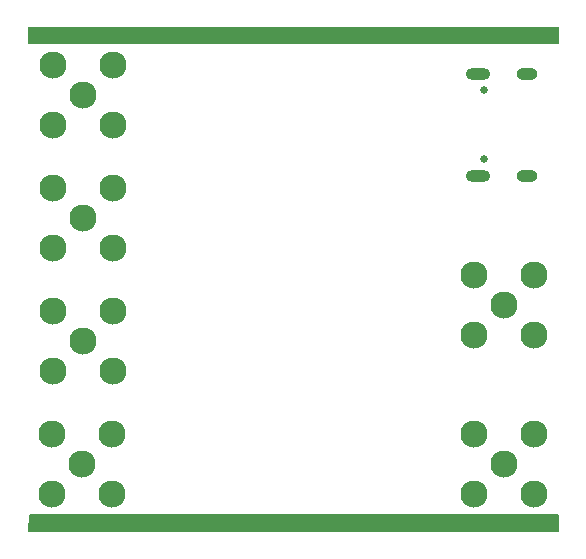
<source format=gbs>
%TF.GenerationSoftware,KiCad,Pcbnew,8.0.2*%
%TF.CreationDate,2024-10-06T11:27:00+02:00*%
%TF.ProjectId,distribution_amp_for_singapore_dude,64697374-7269-4627-9574-696f6e5f616d,rev?*%
%TF.SameCoordinates,Original*%
%TF.FileFunction,Soldermask,Bot*%
%TF.FilePolarity,Negative*%
%FSLAX46Y46*%
G04 Gerber Fmt 4.6, Leading zero omitted, Abs format (unit mm)*
G04 Created by KiCad (PCBNEW 8.0.2) date 2024-10-06 11:27:00*
%MOMM*%
%LPD*%
G01*
G04 APERTURE LIST*
%ADD10C,0.650000*%
%ADD11O,2.100000X1.000000*%
%ADD12O,1.800000X1.000000*%
%ADD13C,2.300000*%
G04 APERTURE END LIST*
D10*
X139010000Y-91190000D03*
X139010000Y-85410000D03*
D11*
X138510000Y-92620000D03*
X138510000Y-83980000D03*
D12*
X142660000Y-92620000D03*
X142660000Y-83980000D03*
D13*
X102460000Y-119540000D03*
X102460000Y-114460000D03*
X107540000Y-114460000D03*
X107540000Y-119540000D03*
X105000000Y-117000000D03*
X102560000Y-109140000D03*
X102560000Y-104060000D03*
X107640000Y-104060000D03*
X107640000Y-109140000D03*
X105100000Y-106600000D03*
X143240000Y-101060000D03*
X143240000Y-106140000D03*
X138160000Y-106140000D03*
X138160000Y-101060000D03*
X140700000Y-103600000D03*
X143240000Y-114460000D03*
X143240000Y-119540000D03*
X138160000Y-119540000D03*
X138160000Y-114460000D03*
X140700000Y-117000000D03*
X102560000Y-88340000D03*
X102560000Y-83260000D03*
X107640000Y-83260000D03*
X107640000Y-88340000D03*
X105100000Y-85800000D03*
X102560000Y-98740000D03*
X102560000Y-93660000D03*
X107640000Y-93660000D03*
X107640000Y-98740000D03*
X105100000Y-96200000D03*
G36*
X145343039Y-121319685D02*
G01*
X145388794Y-121372489D01*
X145400000Y-121424000D01*
X145400000Y-122676000D01*
X145380315Y-122743039D01*
X145327511Y-122788794D01*
X145276000Y-122800000D01*
X100532542Y-122800000D01*
X100465503Y-122780315D01*
X100419748Y-122727511D01*
X100408817Y-122667752D01*
X100492283Y-121415752D01*
X100516383Y-121350170D01*
X100572114Y-121308029D01*
X100616008Y-121300000D01*
X145276000Y-121300000D01*
X145343039Y-121319685D01*
G37*
G36*
X145343039Y-80019685D02*
G01*
X145388794Y-80072489D01*
X145400000Y-80124000D01*
X145400000Y-81376000D01*
X145380315Y-81443039D01*
X145327511Y-81488794D01*
X145276000Y-81500000D01*
X100524000Y-81500000D01*
X100456961Y-81480315D01*
X100411206Y-81427511D01*
X100400000Y-81376000D01*
X100400000Y-80124000D01*
X100419685Y-80056961D01*
X100472489Y-80011206D01*
X100524000Y-80000000D01*
X145276000Y-80000000D01*
X145343039Y-80019685D01*
G37*
M02*

</source>
